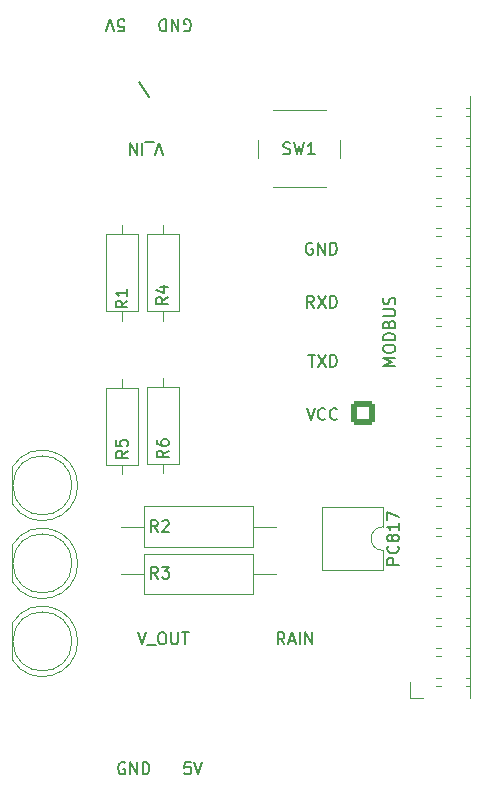
<source format=gto>
G04 #@! TF.GenerationSoftware,KiCad,Pcbnew,(6.0.7-1)-1*
G04 #@! TF.CreationDate,2022-10-15T14:15:15+02:00*
G04 #@! TF.ProjectId,PicoWeather,5069636f-5765-4617-9468-65722e6b6963,rev?*
G04 #@! TF.SameCoordinates,Original*
G04 #@! TF.FileFunction,Legend,Top*
G04 #@! TF.FilePolarity,Positive*
%FSLAX46Y46*%
G04 Gerber Fmt 4.6, Leading zero omitted, Abs format (unit mm)*
G04 Created by KiCad (PCBNEW (6.0.7-1)-1) date 2022-10-15 14:15:15*
%MOMM*%
%LPD*%
G01*
G04 APERTURE LIST*
G04 Aperture macros list*
%AMRoundRect*
0 Rectangle with rounded corners*
0 $1 Rounding radius*
0 $2 $3 $4 $5 $6 $7 $8 $9 X,Y pos of 4 corners*
0 Add a 4 corners polygon primitive as box body*
4,1,4,$2,$3,$4,$5,$6,$7,$8,$9,$2,$3,0*
0 Add four circle primitives for the rounded corners*
1,1,$1+$1,$2,$3*
1,1,$1+$1,$4,$5*
1,1,$1+$1,$6,$7*
1,1,$1+$1,$8,$9*
0 Add four rect primitives between the rounded corners*
20,1,$1+$1,$2,$3,$4,$5,0*
20,1,$1+$1,$4,$5,$6,$7,0*
20,1,$1+$1,$6,$7,$8,$9,0*
20,1,$1+$1,$8,$9,$2,$3,0*%
G04 Aperture macros list end*
%ADD10C,0.150000*%
%ADD11C,0.120000*%
%ADD12C,1.600000*%
%ADD13O,1.600000X1.600000*%
%ADD14R,1.800000X1.800000*%
%ADD15C,1.800000*%
%ADD16R,1.600000X1.600000*%
%ADD17R,1.980000X3.960000*%
%ADD18O,1.980000X3.960000*%
%ADD19C,3.200000*%
%ADD20C,2.000000*%
%ADD21R,1.700000X1.700000*%
%ADD22O,1.700000X1.700000*%
%ADD23C,2.600000*%
%ADD24RoundRect,0.250001X0.799999X-0.799999X0.799999X0.799999X-0.799999X0.799999X-0.799999X-0.799999X0*%
%ADD25C,2.100000*%
G04 APERTURE END LIST*
D10*
X69738095Y-113500000D02*
X69642857Y-113452380D01*
X69500000Y-113452380D01*
X69357142Y-113500000D01*
X69261904Y-113595238D01*
X69214285Y-113690476D01*
X69166666Y-113880952D01*
X69166666Y-114023809D01*
X69214285Y-114214285D01*
X69261904Y-114309523D01*
X69357142Y-114404761D01*
X69500000Y-114452380D01*
X69595238Y-114452380D01*
X69738095Y-114404761D01*
X69785714Y-114357142D01*
X69785714Y-114023809D01*
X69595238Y-114023809D01*
X70214285Y-114452380D02*
X70214285Y-113452380D01*
X70785714Y-114452380D01*
X70785714Y-113452380D01*
X71261904Y-114452380D02*
X71261904Y-113452380D01*
X71500000Y-113452380D01*
X71642857Y-113500000D01*
X71738095Y-113595238D01*
X71785714Y-113690476D01*
X71833333Y-113880952D01*
X71833333Y-114023809D01*
X71785714Y-114214285D01*
X71738095Y-114309523D01*
X71642857Y-114404761D01*
X71500000Y-114452380D01*
X71261904Y-114452380D01*
X85759642Y-74952380D02*
X85426309Y-74476190D01*
X85188214Y-74952380D02*
X85188214Y-73952380D01*
X85569166Y-73952380D01*
X85664404Y-74000000D01*
X85712023Y-74047619D01*
X85759642Y-74142857D01*
X85759642Y-74285714D01*
X85712023Y-74380952D01*
X85664404Y-74428571D01*
X85569166Y-74476190D01*
X85188214Y-74476190D01*
X86092976Y-73952380D02*
X86759642Y-74952380D01*
X86759642Y-73952380D02*
X86092976Y-74952380D01*
X87140595Y-74952380D02*
X87140595Y-73952380D01*
X87378690Y-73952380D01*
X87521547Y-74000000D01*
X87616785Y-74095238D01*
X87664404Y-74190476D01*
X87712023Y-74380952D01*
X87712023Y-74523809D01*
X87664404Y-74714285D01*
X87616785Y-74809523D01*
X87521547Y-74904761D01*
X87378690Y-74952380D01*
X87140595Y-74952380D01*
X72976190Y-62047619D02*
X72642857Y-61047619D01*
X72309523Y-62047619D01*
X72214285Y-60952380D02*
X71452380Y-60952380D01*
X71214285Y-61047619D02*
X71214285Y-62047619D01*
X70738095Y-61047619D02*
X70738095Y-62047619D01*
X70166666Y-61047619D01*
X70166666Y-62047619D01*
X74761904Y-51500000D02*
X74857142Y-51547619D01*
X75000000Y-51547619D01*
X75142857Y-51500000D01*
X75238095Y-51404761D01*
X75285714Y-51309523D01*
X75333333Y-51119047D01*
X75333333Y-50976190D01*
X75285714Y-50785714D01*
X75238095Y-50690476D01*
X75142857Y-50595238D01*
X75000000Y-50547619D01*
X74904761Y-50547619D01*
X74761904Y-50595238D01*
X74714285Y-50642857D01*
X74714285Y-50976190D01*
X74904761Y-50976190D01*
X74285714Y-50547619D02*
X74285714Y-51547619D01*
X73714285Y-50547619D01*
X73714285Y-51547619D01*
X73238095Y-50547619D02*
X73238095Y-51547619D01*
X73000000Y-51547619D01*
X72857142Y-51500000D01*
X72761904Y-51404761D01*
X72714285Y-51309523D01*
X72666666Y-51119047D01*
X72666666Y-50976190D01*
X72714285Y-50785714D01*
X72761904Y-50690476D01*
X72857142Y-50595238D01*
X73000000Y-50547619D01*
X73238095Y-50547619D01*
X83263047Y-103452380D02*
X82929714Y-102976190D01*
X82691619Y-103452380D02*
X82691619Y-102452380D01*
X83072571Y-102452380D01*
X83167809Y-102500000D01*
X83215428Y-102547619D01*
X83263047Y-102642857D01*
X83263047Y-102785714D01*
X83215428Y-102880952D01*
X83167809Y-102928571D01*
X83072571Y-102976190D01*
X82691619Y-102976190D01*
X83644000Y-103166666D02*
X84120190Y-103166666D01*
X83548761Y-103452380D02*
X83882095Y-102452380D01*
X84215428Y-103452380D01*
X84548761Y-103452380D02*
X84548761Y-102452380D01*
X85024952Y-103452380D02*
X85024952Y-102452380D01*
X85596380Y-103452380D01*
X85596380Y-102452380D01*
X70857142Y-102452380D02*
X71190476Y-103452380D01*
X71523809Y-102452380D01*
X71619047Y-103547619D02*
X72380952Y-103547619D01*
X72809523Y-102452380D02*
X73000000Y-102452380D01*
X73095238Y-102500000D01*
X73190476Y-102595238D01*
X73238095Y-102785714D01*
X73238095Y-103119047D01*
X73190476Y-103309523D01*
X73095238Y-103404761D01*
X73000000Y-103452380D01*
X72809523Y-103452380D01*
X72714285Y-103404761D01*
X72619047Y-103309523D01*
X72571428Y-103119047D01*
X72571428Y-102785714D01*
X72619047Y-102595238D01*
X72714285Y-102500000D01*
X72809523Y-102452380D01*
X73666666Y-102452380D02*
X73666666Y-103261904D01*
X73714285Y-103357142D01*
X73761904Y-103404761D01*
X73857142Y-103452380D01*
X74047619Y-103452380D01*
X74142857Y-103404761D01*
X74190476Y-103357142D01*
X74238095Y-103261904D01*
X74238095Y-102452380D01*
X74571428Y-102452380D02*
X75142857Y-102452380D01*
X74857142Y-103452380D02*
X74857142Y-102452380D01*
X69190476Y-51547619D02*
X69666666Y-51547619D01*
X69714285Y-51071428D01*
X69666666Y-51119047D01*
X69571428Y-51166666D01*
X69333333Y-51166666D01*
X69238095Y-51119047D01*
X69190476Y-51071428D01*
X69142857Y-50976190D01*
X69142857Y-50738095D01*
X69190476Y-50642857D01*
X69238095Y-50595238D01*
X69333333Y-50547619D01*
X69571428Y-50547619D01*
X69666666Y-50595238D01*
X69714285Y-50642857D01*
X68857142Y-51547619D02*
X68523809Y-50547619D01*
X68190476Y-51547619D01*
X85616785Y-69500000D02*
X85521547Y-69452380D01*
X85378690Y-69452380D01*
X85235833Y-69500000D01*
X85140595Y-69595238D01*
X85092976Y-69690476D01*
X85045357Y-69880952D01*
X85045357Y-70023809D01*
X85092976Y-70214285D01*
X85140595Y-70309523D01*
X85235833Y-70404761D01*
X85378690Y-70452380D01*
X85473928Y-70452380D01*
X85616785Y-70404761D01*
X85664404Y-70357142D01*
X85664404Y-70023809D01*
X85473928Y-70023809D01*
X86092976Y-70452380D02*
X86092976Y-69452380D01*
X86664404Y-70452380D01*
X86664404Y-69452380D01*
X87140595Y-70452380D02*
X87140595Y-69452380D01*
X87378690Y-69452380D01*
X87521547Y-69500000D01*
X87616785Y-69595238D01*
X87664404Y-69690476D01*
X87712023Y-69880952D01*
X87712023Y-70023809D01*
X87664404Y-70214285D01*
X87616785Y-70309523D01*
X87521547Y-70404761D01*
X87378690Y-70452380D01*
X87140595Y-70452380D01*
X85283452Y-78952380D02*
X85854880Y-78952380D01*
X85569166Y-79952380D02*
X85569166Y-78952380D01*
X86092976Y-78952380D02*
X86759642Y-79952380D01*
X86759642Y-78952380D02*
X86092976Y-79952380D01*
X87140595Y-79952380D02*
X87140595Y-78952380D01*
X87378690Y-78952380D01*
X87521547Y-79000000D01*
X87616785Y-79095238D01*
X87664404Y-79190476D01*
X87712023Y-79380952D01*
X87712023Y-79523809D01*
X87664404Y-79714285D01*
X87616785Y-79809523D01*
X87521547Y-79904761D01*
X87378690Y-79952380D01*
X87140595Y-79952380D01*
X75309523Y-113452380D02*
X74833333Y-113452380D01*
X74785714Y-113928571D01*
X74833333Y-113880952D01*
X74928571Y-113833333D01*
X75166666Y-113833333D01*
X75261904Y-113880952D01*
X75309523Y-113928571D01*
X75357142Y-114023809D01*
X75357142Y-114261904D01*
X75309523Y-114357142D01*
X75261904Y-114404761D01*
X75166666Y-114452380D01*
X74928571Y-114452380D01*
X74833333Y-114404761D01*
X74785714Y-114357142D01*
X75642857Y-113452380D02*
X75976190Y-114452380D01*
X76309523Y-113452380D01*
X85140595Y-83452380D02*
X85473928Y-84452380D01*
X85807261Y-83452380D01*
X86712023Y-84357142D02*
X86664404Y-84404761D01*
X86521547Y-84452380D01*
X86426309Y-84452380D01*
X86283452Y-84404761D01*
X86188214Y-84309523D01*
X86140595Y-84214285D01*
X86092976Y-84023809D01*
X86092976Y-83880952D01*
X86140595Y-83690476D01*
X86188214Y-83595238D01*
X86283452Y-83500000D01*
X86426309Y-83452380D01*
X86521547Y-83452380D01*
X86664404Y-83500000D01*
X86712023Y-83547619D01*
X87712023Y-84357142D02*
X87664404Y-84404761D01*
X87521547Y-84452380D01*
X87426309Y-84452380D01*
X87283452Y-84404761D01*
X87188214Y-84309523D01*
X87140595Y-84214285D01*
X87092976Y-84023809D01*
X87092976Y-83880952D01*
X87140595Y-83690476D01*
X87188214Y-83595238D01*
X87283452Y-83500000D01*
X87426309Y-83452380D01*
X87521547Y-83452380D01*
X87664404Y-83500000D01*
X87712023Y-83547619D01*
X72558333Y-97884380D02*
X72225000Y-97408190D01*
X71986904Y-97884380D02*
X71986904Y-96884380D01*
X72367857Y-96884380D01*
X72463095Y-96932000D01*
X72510714Y-96979619D01*
X72558333Y-97074857D01*
X72558333Y-97217714D01*
X72510714Y-97312952D01*
X72463095Y-97360571D01*
X72367857Y-97408190D01*
X71986904Y-97408190D01*
X72891666Y-96884380D02*
X73510714Y-96884380D01*
X73177380Y-97265333D01*
X73320238Y-97265333D01*
X73415476Y-97312952D01*
X73463095Y-97360571D01*
X73510714Y-97455809D01*
X73510714Y-97693904D01*
X73463095Y-97789142D01*
X73415476Y-97836761D01*
X73320238Y-97884380D01*
X73034523Y-97884380D01*
X72939285Y-97836761D01*
X72891666Y-97789142D01*
X92952380Y-96700476D02*
X91952380Y-96700476D01*
X91952380Y-96319523D01*
X92000000Y-96224285D01*
X92047619Y-96176666D01*
X92142857Y-96129047D01*
X92285714Y-96129047D01*
X92380952Y-96176666D01*
X92428571Y-96224285D01*
X92476190Y-96319523D01*
X92476190Y-96700476D01*
X92857142Y-95129047D02*
X92904761Y-95176666D01*
X92952380Y-95319523D01*
X92952380Y-95414761D01*
X92904761Y-95557619D01*
X92809523Y-95652857D01*
X92714285Y-95700476D01*
X92523809Y-95748095D01*
X92380952Y-95748095D01*
X92190476Y-95700476D01*
X92095238Y-95652857D01*
X92000000Y-95557619D01*
X91952380Y-95414761D01*
X91952380Y-95319523D01*
X92000000Y-95176666D01*
X92047619Y-95129047D01*
X92380952Y-94557619D02*
X92333333Y-94652857D01*
X92285714Y-94700476D01*
X92190476Y-94748095D01*
X92142857Y-94748095D01*
X92047619Y-94700476D01*
X92000000Y-94652857D01*
X91952380Y-94557619D01*
X91952380Y-94367142D01*
X92000000Y-94271904D01*
X92047619Y-94224285D01*
X92142857Y-94176666D01*
X92190476Y-94176666D01*
X92285714Y-94224285D01*
X92333333Y-94271904D01*
X92380952Y-94367142D01*
X92380952Y-94557619D01*
X92428571Y-94652857D01*
X92476190Y-94700476D01*
X92571428Y-94748095D01*
X92761904Y-94748095D01*
X92857142Y-94700476D01*
X92904761Y-94652857D01*
X92952380Y-94557619D01*
X92952380Y-94367142D01*
X92904761Y-94271904D01*
X92857142Y-94224285D01*
X92761904Y-94176666D01*
X92571428Y-94176666D01*
X92476190Y-94224285D01*
X92428571Y-94271904D01*
X92380952Y-94367142D01*
X92952380Y-93224285D02*
X92952380Y-93795714D01*
X92952380Y-93510000D02*
X91952380Y-93510000D01*
X92095238Y-93605238D01*
X92190476Y-93700476D01*
X92238095Y-93795714D01*
X91952380Y-92890952D02*
X91952380Y-92224285D01*
X92952380Y-92652857D01*
X72531333Y-93952380D02*
X72198000Y-93476190D01*
X71959904Y-93952380D02*
X71959904Y-92952380D01*
X72340857Y-92952380D01*
X72436095Y-93000000D01*
X72483714Y-93047619D01*
X72531333Y-93142857D01*
X72531333Y-93285714D01*
X72483714Y-93380952D01*
X72436095Y-93428571D01*
X72340857Y-93476190D01*
X71959904Y-93476190D01*
X72912285Y-93047619D02*
X72959904Y-93000000D01*
X73055142Y-92952380D01*
X73293238Y-92952380D01*
X73388476Y-93000000D01*
X73436095Y-93047619D01*
X73483714Y-93142857D01*
X73483714Y-93238095D01*
X73436095Y-93380952D01*
X72864666Y-93952380D01*
X73483714Y-93952380D01*
X83167697Y-61912971D02*
X83310554Y-61960590D01*
X83548650Y-61960590D01*
X83643888Y-61912971D01*
X83691507Y-61865352D01*
X83739126Y-61770114D01*
X83739126Y-61674876D01*
X83691507Y-61579638D01*
X83643888Y-61532019D01*
X83548650Y-61484400D01*
X83358173Y-61436781D01*
X83262935Y-61389162D01*
X83215316Y-61341543D01*
X83167697Y-61246305D01*
X83167697Y-61151067D01*
X83215316Y-61055829D01*
X83262935Y-61008210D01*
X83358173Y-60960590D01*
X83596269Y-60960590D01*
X83739126Y-61008210D01*
X84072459Y-60960590D02*
X84310554Y-61960590D01*
X84501031Y-61246305D01*
X84691507Y-61960590D01*
X84929602Y-60960590D01*
X85834364Y-61960590D02*
X85262935Y-61960590D01*
X85548650Y-61960590D02*
X85548650Y-60960590D01*
X85453411Y-61103448D01*
X85358173Y-61198686D01*
X85262935Y-61246305D01*
X73457847Y-87049552D02*
X72981657Y-87382886D01*
X73457847Y-87620981D02*
X72457847Y-87620981D01*
X72457847Y-87240028D01*
X72505467Y-87144790D01*
X72553086Y-87097171D01*
X72648324Y-87049552D01*
X72791181Y-87049552D01*
X72886419Y-87097171D01*
X72934038Y-87144790D01*
X72981657Y-87240028D01*
X72981657Y-87620981D01*
X72457847Y-86192409D02*
X72457847Y-86382886D01*
X72505467Y-86478124D01*
X72553086Y-86525743D01*
X72695943Y-86620981D01*
X72886419Y-86668600D01*
X73267371Y-86668600D01*
X73362609Y-86620981D01*
X73410228Y-86573362D01*
X73457847Y-86478124D01*
X73457847Y-86287647D01*
X73410228Y-86192409D01*
X73362609Y-86144790D01*
X73267371Y-86097171D01*
X73029276Y-86097171D01*
X72934038Y-86144790D01*
X72886419Y-86192409D01*
X72838800Y-86287647D01*
X72838800Y-86478124D01*
X72886419Y-86573362D01*
X72934038Y-86620981D01*
X73029276Y-86668600D01*
X69992899Y-87075072D02*
X69516709Y-87408406D01*
X69992899Y-87646501D02*
X68992899Y-87646501D01*
X68992899Y-87265548D01*
X69040519Y-87170310D01*
X69088138Y-87122691D01*
X69183376Y-87075072D01*
X69326233Y-87075072D01*
X69421471Y-87122691D01*
X69469090Y-87170310D01*
X69516709Y-87265548D01*
X69516709Y-87646501D01*
X68992899Y-86170310D02*
X68992899Y-86646501D01*
X69469090Y-86694120D01*
X69421471Y-86646501D01*
X69373852Y-86551263D01*
X69373852Y-86313167D01*
X69421471Y-86217929D01*
X69469090Y-86170310D01*
X69564328Y-86122691D01*
X69802423Y-86122691D01*
X69897661Y-86170310D01*
X69945280Y-86217929D01*
X69992899Y-86313167D01*
X69992899Y-86551263D01*
X69945280Y-86646501D01*
X69897661Y-86694120D01*
X69961270Y-74361072D02*
X69485080Y-74694406D01*
X69961270Y-74932501D02*
X68961270Y-74932501D01*
X68961270Y-74551548D01*
X69008890Y-74456310D01*
X69056509Y-74408691D01*
X69151747Y-74361072D01*
X69294604Y-74361072D01*
X69389842Y-74408691D01*
X69437461Y-74456310D01*
X69485080Y-74551548D01*
X69485080Y-74932501D01*
X69961270Y-73408691D02*
X69961270Y-73980120D01*
X69961270Y-73694406D02*
X68961270Y-73694406D01*
X69104128Y-73789644D01*
X69199366Y-73884882D01*
X69246985Y-73980120D01*
X70952380Y-55857142D02*
X71809523Y-57142857D01*
X73403465Y-74057758D02*
X72927275Y-74391092D01*
X73403465Y-74629187D02*
X72403465Y-74629187D01*
X72403465Y-74248234D01*
X72451085Y-74152996D01*
X72498704Y-74105377D01*
X72593942Y-74057758D01*
X72736799Y-74057758D01*
X72832037Y-74105377D01*
X72879656Y-74152996D01*
X72927275Y-74248234D01*
X72927275Y-74629187D01*
X72736799Y-73200615D02*
X73403465Y-73200615D01*
X72355846Y-73438711D02*
X73070132Y-73676806D01*
X73070132Y-73057758D01*
X92627380Y-79857142D02*
X91627380Y-79857142D01*
X92341666Y-79523809D01*
X91627380Y-79190476D01*
X92627380Y-79190476D01*
X91627380Y-78523809D02*
X91627380Y-78333333D01*
X91675000Y-78238095D01*
X91770238Y-78142857D01*
X91960714Y-78095238D01*
X92294047Y-78095238D01*
X92484523Y-78142857D01*
X92579761Y-78238095D01*
X92627380Y-78333333D01*
X92627380Y-78523809D01*
X92579761Y-78619047D01*
X92484523Y-78714285D01*
X92294047Y-78761904D01*
X91960714Y-78761904D01*
X91770238Y-78714285D01*
X91675000Y-78619047D01*
X91627380Y-78523809D01*
X92627380Y-77666666D02*
X91627380Y-77666666D01*
X91627380Y-77428571D01*
X91675000Y-77285714D01*
X91770238Y-77190476D01*
X91865476Y-77142857D01*
X92055952Y-77095238D01*
X92198809Y-77095238D01*
X92389285Y-77142857D01*
X92484523Y-77190476D01*
X92579761Y-77285714D01*
X92627380Y-77428571D01*
X92627380Y-77666666D01*
X92103571Y-76333333D02*
X92151190Y-76190476D01*
X92198809Y-76142857D01*
X92294047Y-76095238D01*
X92436904Y-76095238D01*
X92532142Y-76142857D01*
X92579761Y-76190476D01*
X92627380Y-76285714D01*
X92627380Y-76666666D01*
X91627380Y-76666666D01*
X91627380Y-76333333D01*
X91675000Y-76238095D01*
X91722619Y-76190476D01*
X91817857Y-76142857D01*
X91913095Y-76142857D01*
X92008333Y-76190476D01*
X92055952Y-76238095D01*
X92103571Y-76333333D01*
X92103571Y-76666666D01*
X91627380Y-75666666D02*
X92436904Y-75666666D01*
X92532142Y-75619047D01*
X92579761Y-75571428D01*
X92627380Y-75476190D01*
X92627380Y-75285714D01*
X92579761Y-75190476D01*
X92532142Y-75142857D01*
X92436904Y-75095238D01*
X91627380Y-75095238D01*
X92579761Y-74666666D02*
X92627380Y-74523809D01*
X92627380Y-74285714D01*
X92579761Y-74190476D01*
X92532142Y-74142857D01*
X92436904Y-74095238D01*
X92341666Y-74095238D01*
X92246428Y-74142857D01*
X92198809Y-74190476D01*
X92151190Y-74285714D01*
X92103571Y-74476190D01*
X92055952Y-74571428D01*
X92008333Y-74619047D01*
X91913095Y-74666666D01*
X91817857Y-74666666D01*
X91722619Y-74619047D01*
X91675000Y-74571428D01*
X91627380Y-74476190D01*
X91627380Y-74238095D01*
X91675000Y-74095238D01*
D11*
X71380000Y-95780000D02*
X71380000Y-99220000D01*
X71380000Y-99220000D02*
X80620000Y-99220000D01*
X69420000Y-97500000D02*
X71380000Y-97500000D01*
X80620000Y-95780000D02*
X71380000Y-95780000D01*
X82580000Y-97500000D02*
X80620000Y-97500000D01*
X80620000Y-99220000D02*
X80620000Y-95780000D01*
X60210000Y-101663000D02*
X60210000Y-104753000D01*
X60210000Y-104752830D02*
G75*
G03*
X65760000Y-103207538I2560000J1544830D01*
G01*
X65760000Y-103208462D02*
G75*
G03*
X60210000Y-101663170I-2990000J462D01*
G01*
X65270000Y-103208000D02*
G75*
G03*
X65270000Y-103208000I-2500000J0D01*
G01*
X91605000Y-93510000D02*
X91605000Y-91860000D01*
X91605000Y-97160000D02*
X91605000Y-95510000D01*
X91605000Y-91860000D02*
X86405000Y-91860000D01*
X86405000Y-91860000D02*
X86405000Y-97160000D01*
X86405000Y-97160000D02*
X91605000Y-97160000D01*
X91605000Y-93510000D02*
G75*
G03*
X91605000Y-95510000I0J-1000000D01*
G01*
X71380000Y-91780000D02*
X71380000Y-95220000D01*
X82580000Y-93500000D02*
X80620000Y-93500000D01*
X71380000Y-95220000D02*
X80620000Y-95220000D01*
X80620000Y-91780000D02*
X71380000Y-91780000D01*
X69420000Y-93500000D02*
X71380000Y-93500000D01*
X80620000Y-95220000D02*
X80620000Y-91780000D01*
X60210000Y-95059000D02*
X60210000Y-98149000D01*
X65760000Y-96604462D02*
G75*
G03*
X60210000Y-95059170I-2990000J462D01*
G01*
X60210000Y-98148830D02*
G75*
G03*
X65760000Y-96603538I2560000J1544830D01*
G01*
X65270000Y-96604000D02*
G75*
G03*
X65270000Y-96604000I-2500000J0D01*
G01*
X60210000Y-88455000D02*
X60210000Y-91545000D01*
X60210000Y-91544830D02*
G75*
G03*
X65760000Y-89999538I2560000J1544830D01*
G01*
X65760000Y-90000462D02*
G75*
G03*
X60210000Y-88455170I-2990000J462D01*
G01*
X65270000Y-90000000D02*
G75*
G03*
X65270000Y-90000000I-2500000J0D01*
G01*
X82250000Y-64750000D02*
X86750000Y-64750000D01*
X88000000Y-62250000D02*
X88000000Y-60750000D01*
X86750000Y-58250000D02*
X82250000Y-58250000D01*
X81000000Y-60750000D02*
X81000000Y-62250000D01*
X74370000Y-88190000D02*
X74370000Y-81650000D01*
X73000000Y-80880000D02*
X73000000Y-81650000D01*
X71630000Y-81650000D02*
X71630000Y-88190000D01*
X74370000Y-81650000D02*
X71630000Y-81650000D01*
X73000000Y-88960000D02*
X73000000Y-88190000D01*
X71630000Y-88190000D02*
X74370000Y-88190000D01*
X99000000Y-91050000D02*
X98590000Y-91050000D01*
X96490000Y-73270000D02*
X96050000Y-73270000D01*
X96490000Y-101930000D02*
X96050000Y-101930000D01*
X99000000Y-84150000D02*
X98590000Y-84150000D01*
X99000000Y-58750000D02*
X98590000Y-58750000D01*
X99000000Y-76530000D02*
X98590000Y-76530000D01*
X99000000Y-63830000D02*
X98590000Y-63830000D01*
X99000000Y-106290000D02*
X98590000Y-106290000D01*
X99000000Y-98670000D02*
X98590000Y-98670000D01*
X96490000Y-83430000D02*
X96050000Y-83430000D01*
X99000000Y-89230000D02*
X98590000Y-89230000D01*
X96490000Y-106290000D02*
X96110000Y-106290000D01*
X99000000Y-81610000D02*
X98590000Y-81610000D01*
X96490000Y-89230000D02*
X96050000Y-89230000D01*
X96490000Y-81610000D02*
X96050000Y-81610000D01*
X96490000Y-107010000D02*
X96110000Y-107010000D01*
X96490000Y-76530000D02*
X96050000Y-76530000D01*
X96490000Y-63110000D02*
X96050000Y-63110000D01*
X96490000Y-65650000D02*
X96050000Y-65650000D01*
X99000000Y-58030000D02*
X98590000Y-58030000D01*
X99000000Y-71450000D02*
X98590000Y-71450000D01*
X99000000Y-96850000D02*
X98590000Y-96850000D01*
X96490000Y-79070000D02*
X96050000Y-79070000D01*
X99000000Y-78350000D02*
X98590000Y-78350000D01*
X96490000Y-85970000D02*
X96050000Y-85970000D01*
X96490000Y-63830000D02*
X96050000Y-63830000D01*
X96490000Y-88510000D02*
X96050000Y-88510000D01*
X99000000Y-66370000D02*
X98590000Y-66370000D01*
X99000000Y-86690000D02*
X98590000Y-86690000D01*
X99000000Y-103750000D02*
X98590000Y-103750000D01*
X96490000Y-103750000D02*
X96050000Y-103750000D01*
X99000000Y-63110000D02*
X98590000Y-63110000D01*
X99000000Y-83430000D02*
X98590000Y-83430000D01*
X99000000Y-79070000D02*
X98590000Y-79070000D01*
X99000000Y-104470000D02*
X98590000Y-104470000D01*
X99000000Y-94310000D02*
X98590000Y-94310000D01*
X99000000Y-101210000D02*
X98590000Y-101210000D01*
X96490000Y-104470000D02*
X96050000Y-104470000D01*
X96490000Y-93590000D02*
X96050000Y-93590000D01*
X96490000Y-75810000D02*
X96050000Y-75810000D01*
X99000000Y-96130000D02*
X98590000Y-96130000D01*
X96490000Y-91050000D02*
X96050000Y-91050000D01*
X99000000Y-65650000D02*
X98590000Y-65650000D01*
X96490000Y-68910000D02*
X96050000Y-68910000D01*
X99000000Y-85970000D02*
X98590000Y-85970000D01*
X96490000Y-86690000D02*
X96050000Y-86690000D01*
X96490000Y-98670000D02*
X96050000Y-98670000D01*
X96490000Y-60570000D02*
X96050000Y-60570000D01*
X99000000Y-88510000D02*
X98590000Y-88510000D01*
X99000000Y-73270000D02*
X98590000Y-73270000D01*
X99000000Y-107980000D02*
X99000000Y-57060000D01*
X96490000Y-96130000D02*
X96050000Y-96130000D01*
X96490000Y-99390000D02*
X96050000Y-99390000D01*
X99000000Y-75810000D02*
X98590000Y-75810000D01*
X96490000Y-66370000D02*
X96050000Y-66370000D01*
X99000000Y-60570000D02*
X98590000Y-60570000D01*
X96490000Y-96850000D02*
X96050000Y-96850000D01*
X95000000Y-107980000D02*
X93890000Y-107980000D01*
X96490000Y-58750000D02*
X96050000Y-58750000D01*
X96490000Y-84150000D02*
X96050000Y-84150000D01*
X99000000Y-99390000D02*
X98590000Y-99390000D01*
X96490000Y-61290000D02*
X96050000Y-61290000D01*
X99000000Y-91770000D02*
X98590000Y-91770000D01*
X99000000Y-73990000D02*
X98590000Y-73990000D01*
X99000000Y-68190000D02*
X98590000Y-68190000D01*
X99000000Y-107010000D02*
X98590000Y-107010000D01*
X96490000Y-71450000D02*
X96050000Y-71450000D01*
X96490000Y-101210000D02*
X96050000Y-101210000D01*
X99000000Y-101930000D02*
X98590000Y-101930000D01*
X96490000Y-94310000D02*
X96050000Y-94310000D01*
X96490000Y-91770000D02*
X96050000Y-91770000D01*
X96490000Y-80890000D02*
X96050000Y-80890000D01*
X96490000Y-68190000D02*
X96050000Y-68190000D01*
X99000000Y-70730000D02*
X98590000Y-70730000D01*
X99000000Y-68910000D02*
X98590000Y-68910000D01*
X96490000Y-70730000D02*
X96050000Y-70730000D01*
X96490000Y-58030000D02*
X96050000Y-58030000D01*
X99000000Y-93590000D02*
X98590000Y-93590000D01*
X96490000Y-73990000D02*
X96050000Y-73990000D01*
X96490000Y-78350000D02*
X96050000Y-78350000D01*
X93890000Y-107980000D02*
X93890000Y-106650000D01*
X99000000Y-80890000D02*
X98590000Y-80890000D01*
X99000000Y-61290000D02*
X98590000Y-61290000D01*
X68130000Y-88270000D02*
X70870000Y-88270000D01*
X70870000Y-81730000D02*
X68130000Y-81730000D01*
X69500000Y-80960000D02*
X69500000Y-81730000D01*
X69500000Y-89040000D02*
X69500000Y-88270000D01*
X68130000Y-81730000D02*
X68130000Y-88270000D01*
X70870000Y-88270000D02*
X70870000Y-81730000D01*
X70870000Y-68730000D02*
X68130000Y-68730000D01*
X68130000Y-75270000D02*
X70870000Y-75270000D01*
X70870000Y-75270000D02*
X70870000Y-68730000D01*
X69500000Y-76040000D02*
X69500000Y-75270000D01*
X69500000Y-67960000D02*
X69500000Y-68730000D01*
X68130000Y-68730000D02*
X68130000Y-75270000D01*
X74370000Y-68730000D02*
X71630000Y-68730000D01*
X73000000Y-67960000D02*
X73000000Y-68730000D01*
X73000000Y-76040000D02*
X73000000Y-75270000D01*
X71630000Y-75270000D02*
X74370000Y-75270000D01*
X74370000Y-75270000D02*
X74370000Y-68730000D01*
X71630000Y-68730000D02*
X71630000Y-75270000D01*
%LPC*%
D12*
X68380000Y-97500000D03*
D13*
X83620000Y-97500000D03*
D14*
X61500000Y-103208000D03*
D15*
X64040000Y-103208000D03*
D16*
X90275000Y-90700000D03*
D13*
X87735000Y-90700000D03*
X87735000Y-98320000D03*
X90275000Y-98320000D03*
D17*
X70500000Y-108500000D03*
D18*
X75500000Y-108500000D03*
D19*
X62000000Y-111500000D03*
D12*
X68380000Y-93500000D03*
D13*
X83620000Y-93500000D03*
D17*
X81735000Y-108500000D03*
D18*
X86735000Y-108500000D03*
D14*
X61500000Y-96604000D03*
D15*
X64040000Y-96604000D03*
D14*
X61500000Y-90000000D03*
D15*
X64040000Y-90000000D03*
D20*
X81250000Y-59250000D03*
X87750000Y-59250000D03*
X81250000Y-63750000D03*
X87750000Y-63750000D03*
D12*
X73000000Y-90000000D03*
D13*
X73000000Y-79840000D03*
D21*
X95000000Y-106650000D03*
D22*
X97540000Y-106650000D03*
X95000000Y-104110000D03*
X97540000Y-104110000D03*
X95000000Y-101570000D03*
X97540000Y-101570000D03*
X95000000Y-99030000D03*
X97540000Y-99030000D03*
X95000000Y-96490000D03*
X97540000Y-96490000D03*
X95000000Y-93950000D03*
X97540000Y-93950000D03*
X95000000Y-91410000D03*
X97540000Y-91410000D03*
X95000000Y-88870000D03*
X97540000Y-88870000D03*
X95000000Y-86330000D03*
X97540000Y-86330000D03*
X95000000Y-83790000D03*
X97540000Y-83790000D03*
X95000000Y-81250000D03*
X97540000Y-81250000D03*
X95000000Y-78710000D03*
X97540000Y-78710000D03*
X95000000Y-76170000D03*
X97540000Y-76170000D03*
X95000000Y-73630000D03*
X97540000Y-73630000D03*
X95000000Y-71090000D03*
X97540000Y-71090000D03*
X95000000Y-68550000D03*
X97540000Y-68550000D03*
X95000000Y-66010000D03*
X97540000Y-66010000D03*
X95000000Y-63470000D03*
X97540000Y-63470000D03*
X95000000Y-60930000D03*
X97540000Y-60930000D03*
X95000000Y-58390000D03*
X97540000Y-58390000D03*
D12*
X69500000Y-90080000D03*
D13*
X69500000Y-79920000D03*
D19*
X62000000Y-53500000D03*
X96500000Y-53500000D03*
D12*
X69500000Y-77080000D03*
D13*
X69500000Y-66920000D03*
D19*
X96500000Y-111500000D03*
D17*
X74000000Y-56372000D03*
D18*
X69000000Y-56372000D03*
D12*
X73000000Y-77080000D03*
D13*
X73000000Y-66920000D03*
D23*
X77325000Y-83900000D03*
X77325000Y-74700000D03*
X77325000Y-79300000D03*
X77325000Y-70100000D03*
D24*
X89925000Y-83900000D03*
D25*
X89925000Y-79300000D03*
X89925000Y-74700000D03*
X89925000Y-70100000D03*
M02*

</source>
